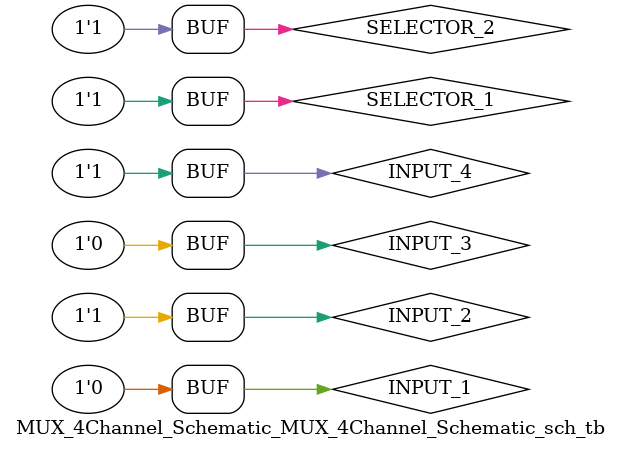
<source format=v>

`timescale 1ns / 1ps

module MUX_4Channel_Schematic_MUX_4Channel_Schematic_sch_tb();

// Inputs
   reg INPUT_1;
   reg INPUT_2;
   reg INPUT_3;
   reg INPUT_4;
   reg SELECTOR_1;
   reg SELECTOR_2;

// Output
   wire OUTPUT_1;

// Bidirs

// Instantiate the UUT
   MUX_4Channel_Schematic UUT (
		.INPUT_1(INPUT_1), 
		.INPUT_2(INPUT_2), 
		.INPUT_3(INPUT_3), 
		.INPUT_4(INPUT_4), 
		.OUTPUT_1(OUTPUT_1), 
		.SELECTOR_1(SELECTOR_1), 
		.SELECTOR_2(SELECTOR_2)
   );
// Initialize Inputs
   
       initial begin
		INPUT_1 = 0;
		INPUT_2 = 1;
		INPUT_3 = 0;
		INPUT_4 = 1;
	
		SELECTOR_1 = 0;
		SELECTOR_2 = 0;
		#10;
		
		SELECTOR_1 = 0;
		SELECTOR_2 = 1;
		#10;
		
		SELECTOR_1 = 1;
		SELECTOR_2 = 0;
		#10;
		
		SELECTOR_1 = 1;
		SELECTOR_2 = 1;
		#10;
   end
endmodule

</source>
